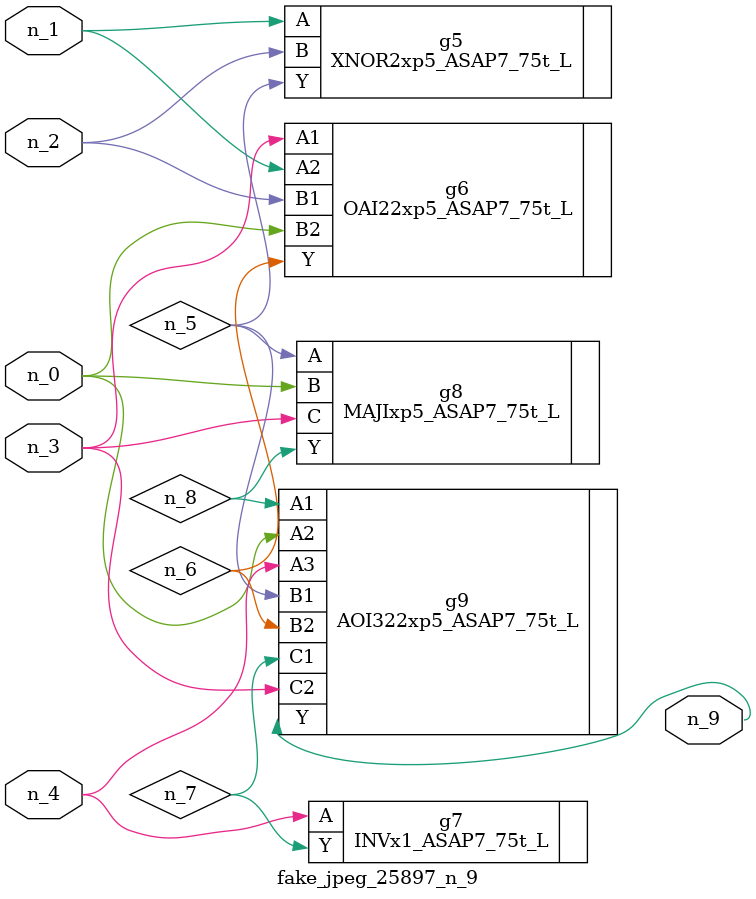
<source format=v>
module fake_jpeg_25897_n_9 (n_3, n_2, n_1, n_0, n_4, n_9);

input n_3;
input n_2;
input n_1;
input n_0;
input n_4;

output n_9;

wire n_8;
wire n_6;
wire n_5;
wire n_7;

XNOR2xp5_ASAP7_75t_L g5 ( 
.A(n_1),
.B(n_2),
.Y(n_5)
);

OAI22xp5_ASAP7_75t_L g6 ( 
.A1(n_3),
.A2(n_1),
.B1(n_2),
.B2(n_0),
.Y(n_6)
);

INVx1_ASAP7_75t_L g7 ( 
.A(n_4),
.Y(n_7)
);

MAJIxp5_ASAP7_75t_L g8 ( 
.A(n_5),
.B(n_0),
.C(n_3),
.Y(n_8)
);

AOI322xp5_ASAP7_75t_L g9 ( 
.A1(n_8),
.A2(n_0),
.A3(n_4),
.B1(n_5),
.B2(n_6),
.C1(n_7),
.C2(n_3),
.Y(n_9)
);


endmodule
</source>
